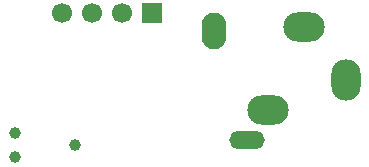
<source format=gbr>
%TF.GenerationSoftware,KiCad,Pcbnew,9.0.6*%
%TF.CreationDate,2025-12-12T23:19:35-08:00*%
%TF.ProjectId,iambic-controller-board,69616d62-6963-42d6-936f-6e74726f6c6c,1.0*%
%TF.SameCoordinates,Original*%
%TF.FileFunction,Soldermask,Bot*%
%TF.FilePolarity,Negative*%
%FSLAX46Y46*%
G04 Gerber Fmt 4.6, Leading zero omitted, Abs format (unit mm)*
G04 Created by KiCad (PCBNEW 9.0.6) date 2025-12-12 23:19:35*
%MOMM*%
%LPD*%
G01*
G04 APERTURE LIST*
%ADD10O,3.000000X1.500000*%
%ADD11O,3.500000X2.500000*%
%ADD12O,2.500000X3.500000*%
%ADD13O,2.100000X3.100000*%
%ADD14R,1.700000X1.700000*%
%ADD15C,1.700000*%
%ADD16C,0.990600*%
G04 APERTURE END LIST*
D10*
%TO.C,J2*%
X165700000Y-105000000D03*
D11*
X167400000Y-102500000D03*
D12*
X174000000Y-100000000D03*
D11*
X170500000Y-95500000D03*
D13*
X162900000Y-95800000D03*
%TD*%
D14*
%TO.C,J1*%
X157600000Y-94325000D03*
D15*
X155060000Y-94325000D03*
X152520000Y-94325000D03*
X149980000Y-94325000D03*
%TD*%
D16*
%TO.C,J3*%
X145985000Y-104459000D03*
X145985000Y-106491000D03*
X151065000Y-105475000D03*
%TD*%
M02*

</source>
